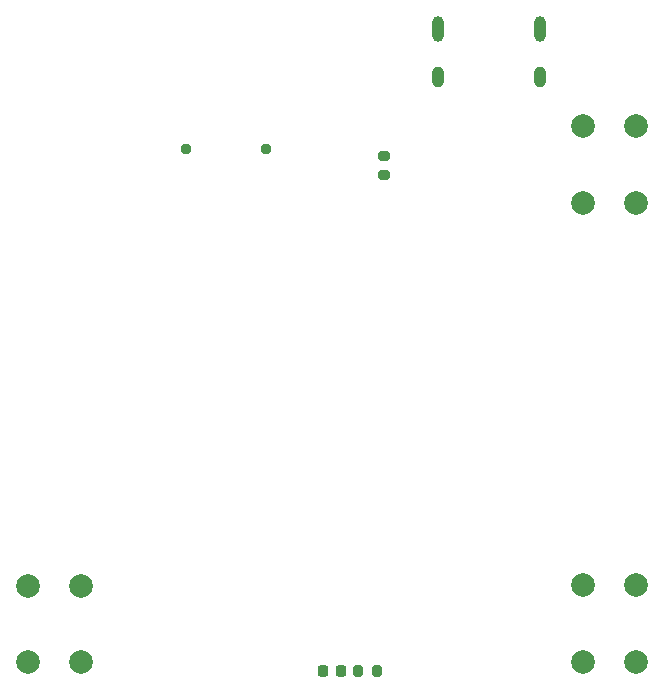
<source format=gbr>
%TF.GenerationSoftware,KiCad,Pcbnew,(6.0.11)*%
%TF.CreationDate,2023-04-24T21:00:32-04:00*%
%TF.ProjectId,GC Nano Top,4743204e-616e-46f2-9054-6f702e6b6963,rev?*%
%TF.SameCoordinates,Original*%
%TF.FileFunction,Soldermask,Bot*%
%TF.FilePolarity,Negative*%
%FSLAX46Y46*%
G04 Gerber Fmt 4.6, Leading zero omitted, Abs format (unit mm)*
G04 Created by KiCad (PCBNEW (6.0.11)) date 2023-04-24 21:00:32*
%MOMM*%
%LPD*%
G01*
G04 APERTURE LIST*
G04 Aperture macros list*
%AMRoundRect*
0 Rectangle with rounded corners*
0 $1 Rounding radius*
0 $2 $3 $4 $5 $6 $7 $8 $9 X,Y pos of 4 corners*
0 Add a 4 corners polygon primitive as box body*
4,1,4,$2,$3,$4,$5,$6,$7,$8,$9,$2,$3,0*
0 Add four circle primitives for the rounded corners*
1,1,$1+$1,$2,$3*
1,1,$1+$1,$4,$5*
1,1,$1+$1,$6,$7*
1,1,$1+$1,$8,$9*
0 Add four rect primitives between the rounded corners*
20,1,$1+$1,$2,$3,$4,$5,0*
20,1,$1+$1,$4,$5,$6,$7,0*
20,1,$1+$1,$6,$7,$8,$9,0*
20,1,$1+$1,$8,$9,$2,$3,0*%
G04 Aperture macros list end*
%ADD10RoundRect,0.200000X0.275000X-0.200000X0.275000X0.200000X-0.275000X0.200000X-0.275000X-0.200000X0*%
%ADD11O,1.000000X2.200000*%
%ADD12O,1.000000X1.800000*%
%ADD13C,0.950000*%
%ADD14C,2.000000*%
%ADD15RoundRect,0.200000X0.200000X0.275000X-0.200000X0.275000X-0.200000X-0.275000X0.200000X-0.275000X0*%
%ADD16RoundRect,0.218750X-0.218750X-0.256250X0.218750X-0.256250X0.218750X0.256250X-0.218750X0.256250X0*%
G04 APERTURE END LIST*
D10*
%TO.C,R6*%
X165250000Y-48825000D03*
X165250000Y-47175000D03*
%TD*%
D11*
%TO.C,J1*%
X178395000Y-36453199D03*
X169755000Y-36453199D03*
D12*
X178395000Y-40453200D03*
X169755000Y-40453200D03*
%TD*%
D13*
%TO.C,J2*%
X155250000Y-46550000D03*
X148450000Y-46550000D03*
%TD*%
D14*
%TO.C,SW3*%
X182075000Y-83525000D03*
X182075000Y-90025000D03*
X186575000Y-90025000D03*
X186575000Y-83525000D03*
%TD*%
D15*
%TO.C,R5*%
X164655000Y-90775000D03*
X163005000Y-90775000D03*
%TD*%
D14*
%TO.C,SW1*%
X186600000Y-51175000D03*
X186600000Y-44675000D03*
X182100000Y-44675000D03*
X182100000Y-51175000D03*
%TD*%
%TO.C,SW2*%
X139550000Y-83550000D03*
X139550000Y-90050000D03*
X135050000Y-83550000D03*
X135050000Y-90050000D03*
%TD*%
D16*
%TO.C,D2*%
X160017500Y-90775000D03*
X161592500Y-90775000D03*
%TD*%
M02*

</source>
